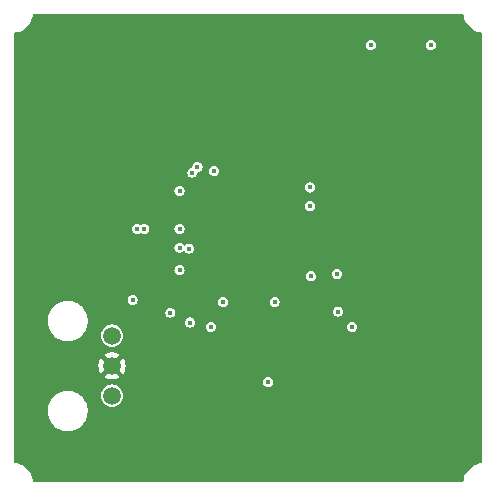
<source format=gbr>
%TF.GenerationSoftware,KiCad,Pcbnew,8.0.5*%
%TF.CreationDate,2024-12-30T22:32:32+01:00*%
%TF.ProjectId,DigitalAudioProcessor,44696769-7461-46c4-9175-64696f50726f,rev?*%
%TF.SameCoordinates,Original*%
%TF.FileFunction,Copper,L3,Inr*%
%TF.FilePolarity,Positive*%
%FSLAX46Y46*%
G04 Gerber Fmt 4.6, Leading zero omitted, Abs format (unit mm)*
G04 Created by KiCad (PCBNEW 8.0.5) date 2024-12-30 22:32:32*
%MOMM*%
%LPD*%
G01*
G04 APERTURE LIST*
%TA.AperFunction,ComponentPad*%
%ADD10C,1.500000*%
%TD*%
%TA.AperFunction,ViaPad*%
%ADD11C,0.450000*%
%TD*%
G04 APERTURE END LIST*
D10*
%TO.N,Net-(U1-VCC)*%
%TO.C,U1*%
X138450000Y-107460000D03*
%TO.N,GND*%
X138450000Y-110000000D03*
%TO.N,Net-(U1-OUT)*%
X138450000Y-112540000D03*
%TD*%
D11*
%TO.N,GND*%
X159800000Y-109700000D03*
X141980000Y-84540000D03*
X133800000Y-118400000D03*
X167500000Y-102900000D03*
X159500000Y-112300000D03*
X160500000Y-105900000D03*
X160300000Y-102300000D03*
X160700000Y-100800000D03*
X159700000Y-98600000D03*
X142100000Y-89200000D03*
X150200000Y-88500000D03*
X152100000Y-91900000D03*
X155100000Y-91800000D03*
X137100000Y-92400000D03*
X139000000Y-102900000D03*
X131200000Y-101600000D03*
X131300000Y-97400000D03*
X158190000Y-93460000D03*
X168800000Y-84900000D03*
X134100000Y-83400000D03*
X141500000Y-91700000D03*
X145900000Y-109100000D03*
X149000000Y-108900000D03*
X152500000Y-110600000D03*
X155400000Y-110600000D03*
X142200000Y-110300000D03*
X143300000Y-106800000D03*
X132600000Y-110000000D03*
X140800000Y-118600000D03*
X149500000Y-118100000D03*
X161700000Y-117800000D03*
X166400000Y-115700000D03*
X163900000Y-111600000D03*
X167400000Y-107300000D03*
X168300000Y-97700000D03*
X164600000Y-99600000D03*
X162100000Y-97000000D03*
X156500000Y-92500000D03*
X152500000Y-106100000D03*
X147600000Y-113900000D03*
X146700000Y-81200000D03*
X143580000Y-82870000D03*
X144870000Y-86790000D03*
X150600000Y-92500000D03*
X159900000Y-95600000D03*
%TO.N,+3.3V*%
X140200000Y-104412500D03*
%TO.N,/I2S_OUT_LRCK*%
X158800000Y-106700000D03*
X143400000Y-105500000D03*
%TO.N,Net-(U3-PA0)*%
X157580000Y-105410000D03*
X145060000Y-106340000D03*
%TO.N,Net-(U3-PA2)*%
X157510000Y-102220000D03*
X146830000Y-106700000D03*
%TO.N,Net-(J1-Pin_5)*%
X145000000Y-100080000D03*
%TO.N,GND*%
X162637500Y-92900000D03*
X157800000Y-116500000D03*
X145700000Y-116500000D03*
X144700000Y-115000000D03*
X156800000Y-115000000D03*
X164800000Y-108600000D03*
X163500000Y-107600000D03*
X167120000Y-91050000D03*
X168300000Y-90000000D03*
X162900000Y-84100000D03*
X162900000Y-81300000D03*
X137840000Y-81650000D03*
X154800000Y-83400000D03*
X155740000Y-84790000D03*
X138830000Y-83100000D03*
X136837500Y-88575000D03*
X135337500Y-87475000D03*
X133837500Y-88575000D03*
X136200000Y-102200000D03*
X136200000Y-100400000D03*
X136200000Y-101300000D03*
%TO.N,+3.3V*%
X145260000Y-93650000D03*
X145690000Y-93160000D03*
X160360000Y-82850000D03*
%TO.N,Net-(J1-Pin_5)*%
X165440000Y-82850000D03*
%TO.N,GND*%
X145890000Y-102750000D03*
%TO.N,+3.3V*%
X147875000Y-104600000D03*
%TO.N,GND*%
X147600000Y-103715835D03*
X152500000Y-101800000D03*
X151100000Y-101800000D03*
X152500000Y-100400000D03*
X151100000Y-100400000D03*
X152500000Y-97600000D03*
X152500000Y-96200000D03*
X151100000Y-96200000D03*
X151100000Y-97600000D03*
X148300000Y-96200000D03*
X146900000Y-96200000D03*
X146900000Y-97600000D03*
X148300000Y-97600000D03*
X146900000Y-100400000D03*
X146900000Y-101800000D03*
X148300000Y-101800000D03*
X148300000Y-100400000D03*
X151100000Y-99000000D03*
X152500000Y-99000000D03*
X148300000Y-99000000D03*
X146900000Y-99000000D03*
X149700000Y-100400000D03*
X149700000Y-101800000D03*
X149700000Y-97600000D03*
X149700000Y-96200000D03*
X149700000Y-99000000D03*
X156775000Y-94900000D03*
X156775000Y-96500000D03*
X155300000Y-103975000D03*
X153775000Y-104600000D03*
X147100000Y-91925000D03*
X145600000Y-95200000D03*
X140000000Y-96800000D03*
X142625000Y-101900000D03*
X142625000Y-100000000D03*
X142630000Y-97700000D03*
X142625000Y-96800000D03*
X142625000Y-95200000D03*
X143925000Y-93400000D03*
%TO.N,+3.3V*%
X144175000Y-100000000D03*
%TO.N,VCC*%
X141200000Y-98400000D03*
X140600000Y-98400000D03*
X147107322Y-93492678D03*
X152225000Y-104600000D03*
X155225000Y-96500000D03*
%TO.N,+3.3V*%
X155300000Y-102425000D03*
X155225000Y-94900000D03*
X144175000Y-101900000D03*
X144175000Y-98400000D03*
X144175000Y-95200000D03*
%TO.N,Net-(U1-OUT)*%
X151690000Y-111390000D03*
%TD*%
%TA.AperFunction,Conductor*%
%TO.N,GND*%
G36*
X168197789Y-80222174D02*
G01*
X168218830Y-80264841D01*
X168230305Y-80352006D01*
X168291393Y-80579991D01*
X168381714Y-80798045D01*
X168381715Y-80798048D01*
X168499724Y-81002446D01*
X168499728Y-81002452D01*
X168643408Y-81189699D01*
X168810300Y-81356591D01*
X168997547Y-81500271D01*
X168997553Y-81500275D01*
X169201951Y-81618284D01*
X169420007Y-81708606D01*
X169647986Y-81769693D01*
X169647992Y-81769693D01*
X169647993Y-81769694D01*
X169666134Y-81772082D01*
X169735158Y-81781169D01*
X169784208Y-81809487D01*
X169799500Y-81854536D01*
X169799500Y-118145462D01*
X169777826Y-118197788D01*
X169735160Y-118218829D01*
X169647992Y-118230306D01*
X169647990Y-118230306D01*
X169647986Y-118230307D01*
X169544580Y-118258014D01*
X169420008Y-118291393D01*
X169201954Y-118381714D01*
X169201951Y-118381715D01*
X168997553Y-118499724D01*
X168997547Y-118499728D01*
X168810300Y-118643408D01*
X168643408Y-118810300D01*
X168499728Y-118997547D01*
X168499724Y-118997553D01*
X168381715Y-119201951D01*
X168381714Y-119201954D01*
X168291393Y-119420008D01*
X168230305Y-119647993D01*
X168218830Y-119735159D01*
X168190511Y-119784208D01*
X168145463Y-119799500D01*
X131854537Y-119799500D01*
X131802211Y-119777826D01*
X131781170Y-119735159D01*
X131769694Y-119647993D01*
X131769693Y-119647992D01*
X131769693Y-119647986D01*
X131708606Y-119420007D01*
X131618284Y-119201951D01*
X131604107Y-119177395D01*
X131500275Y-118997553D01*
X131500271Y-118997547D01*
X131356591Y-118810300D01*
X131189699Y-118643408D01*
X131002452Y-118499728D01*
X131002446Y-118499724D01*
X130798048Y-118381715D01*
X130798045Y-118381714D01*
X130579991Y-118291393D01*
X130501015Y-118270232D01*
X130352014Y-118230307D01*
X130352007Y-118230306D01*
X130264840Y-118218829D01*
X130215791Y-118190510D01*
X130200500Y-118145462D01*
X130200500Y-113698544D01*
X132999500Y-113698544D01*
X132999500Y-113921455D01*
X133028595Y-114142461D01*
X133086290Y-114357782D01*
X133171591Y-114563717D01*
X133171594Y-114563725D01*
X133283049Y-114756770D01*
X133283053Y-114756776D01*
X133418747Y-114933618D01*
X133576381Y-115091252D01*
X133753223Y-115226946D01*
X133753226Y-115226948D01*
X133946274Y-115338405D01*
X134152219Y-115423710D01*
X134367537Y-115481404D01*
X134588543Y-115510500D01*
X134588545Y-115510500D01*
X134811455Y-115510500D01*
X134811457Y-115510500D01*
X135032463Y-115481404D01*
X135247781Y-115423710D01*
X135453726Y-115338405D01*
X135646774Y-115226948D01*
X135742309Y-115153641D01*
X135823618Y-115091252D01*
X135823619Y-115091250D01*
X135823624Y-115091247D01*
X135981247Y-114933624D01*
X136116948Y-114756774D01*
X136228405Y-114563726D01*
X136313710Y-114357781D01*
X136371404Y-114142463D01*
X136400500Y-113921457D01*
X136400500Y-113698543D01*
X136371404Y-113477537D01*
X136313710Y-113262219D01*
X136228405Y-113056274D01*
X136116948Y-112863226D01*
X136116946Y-112863223D01*
X135981252Y-112686381D01*
X135834871Y-112540000D01*
X137494901Y-112540000D01*
X137513253Y-112726332D01*
X137567605Y-112905505D01*
X137655859Y-113070617D01*
X137655862Y-113070622D01*
X137655864Y-113070625D01*
X137774643Y-113215357D01*
X137919375Y-113334136D01*
X137919380Y-113334138D01*
X137919382Y-113334140D01*
X138084494Y-113422394D01*
X138084496Y-113422394D01*
X138084499Y-113422396D01*
X138263669Y-113476747D01*
X138450000Y-113495099D01*
X138636331Y-113476747D01*
X138815501Y-113422396D01*
X138980625Y-113334136D01*
X139125357Y-113215357D01*
X139244136Y-113070625D01*
X139332396Y-112905501D01*
X139386747Y-112726331D01*
X139405099Y-112540000D01*
X139386747Y-112353669D01*
X139332396Y-112174499D01*
X139332394Y-112174496D01*
X139332394Y-112174494D01*
X139244140Y-112009382D01*
X139244138Y-112009380D01*
X139244136Y-112009375D01*
X139125357Y-111864643D01*
X138980625Y-111745864D01*
X138980622Y-111745862D01*
X138980617Y-111745859D01*
X138815505Y-111657605D01*
X138636332Y-111603253D01*
X138450000Y-111584901D01*
X138263667Y-111603253D01*
X138084494Y-111657605D01*
X137919382Y-111745859D01*
X137919373Y-111745865D01*
X137774643Y-111864643D01*
X137655865Y-112009373D01*
X137655859Y-112009382D01*
X137567605Y-112174494D01*
X137513253Y-112353667D01*
X137494901Y-112540000D01*
X135834871Y-112540000D01*
X135823618Y-112528747D01*
X135646776Y-112393053D01*
X135646770Y-112393049D01*
X135453725Y-112281594D01*
X135453717Y-112281591D01*
X135247782Y-112196290D01*
X135032461Y-112138595D01*
X134869647Y-112117160D01*
X134811457Y-112109500D01*
X134588543Y-112109500D01*
X134537122Y-112116269D01*
X134367538Y-112138595D01*
X134152217Y-112196290D01*
X133946282Y-112281591D01*
X133946274Y-112281594D01*
X133753229Y-112393049D01*
X133753223Y-112393053D01*
X133576381Y-112528747D01*
X133418747Y-112686381D01*
X133283053Y-112863223D01*
X133283049Y-112863229D01*
X133171594Y-113056274D01*
X133171591Y-113056282D01*
X133086290Y-113262217D01*
X133028595Y-113477538D01*
X132999500Y-113698544D01*
X130200500Y-113698544D01*
X130200500Y-111390000D01*
X151259196Y-111390000D01*
X151280280Y-111523126D01*
X151341471Y-111643219D01*
X151341472Y-111643220D01*
X151436780Y-111738528D01*
X151556873Y-111799718D01*
X151556873Y-111799719D01*
X151575075Y-111802601D01*
X151690000Y-111820804D01*
X151823126Y-111799719D01*
X151943220Y-111738528D01*
X152038528Y-111643220D01*
X152099719Y-111523126D01*
X152120804Y-111390000D01*
X152099719Y-111256874D01*
X152099719Y-111256873D01*
X152038528Y-111136780D01*
X151943219Y-111041471D01*
X151823126Y-110980281D01*
X151823126Y-110980280D01*
X151690000Y-110959196D01*
X151556873Y-110980280D01*
X151556873Y-110980281D01*
X151436780Y-111041471D01*
X151341471Y-111136780D01*
X151280281Y-111256873D01*
X151280280Y-111256873D01*
X151259196Y-111390000D01*
X130200500Y-111390000D01*
X130200500Y-109999996D01*
X137295073Y-109999996D01*
X137295073Y-110000003D01*
X137314736Y-110212211D01*
X137373061Y-110417202D01*
X137373064Y-110417212D01*
X137468059Y-110607988D01*
X137468063Y-110607994D01*
X137507258Y-110659897D01*
X138063629Y-110103525D01*
X138077259Y-110154394D01*
X138129920Y-110245606D01*
X138204394Y-110320080D01*
X138295606Y-110372741D01*
X138346472Y-110386370D01*
X137789320Y-110943521D01*
X137935200Y-111033844D01*
X137935210Y-111033849D01*
X138133935Y-111110836D01*
X138343433Y-111149999D01*
X138343437Y-111150000D01*
X138556563Y-111150000D01*
X138556566Y-111149999D01*
X138766064Y-111110836D01*
X138964789Y-111033849D01*
X138964799Y-111033844D01*
X139110678Y-110943521D01*
X138553527Y-110386370D01*
X138604394Y-110372741D01*
X138695606Y-110320080D01*
X138770080Y-110245606D01*
X138822741Y-110154394D01*
X138836370Y-110103527D01*
X139392740Y-110659897D01*
X139431934Y-110607998D01*
X139431938Y-110607991D01*
X139526935Y-110417212D01*
X139526938Y-110417202D01*
X139585263Y-110212211D01*
X139604927Y-110000003D01*
X139604927Y-109999996D01*
X139585263Y-109787788D01*
X139526938Y-109582797D01*
X139526935Y-109582787D01*
X139431940Y-109392011D01*
X139431936Y-109392005D01*
X139392740Y-109340101D01*
X138836370Y-109896471D01*
X138822741Y-109845606D01*
X138770080Y-109754394D01*
X138695606Y-109679920D01*
X138604394Y-109627259D01*
X138553525Y-109613629D01*
X139110678Y-109056477D01*
X138964799Y-108966155D01*
X138964789Y-108966150D01*
X138766064Y-108889163D01*
X138556566Y-108850000D01*
X138343433Y-108850000D01*
X138133935Y-108889163D01*
X137935210Y-108966150D01*
X137935194Y-108966157D01*
X137789320Y-109056477D01*
X138346472Y-109613629D01*
X138295606Y-109627259D01*
X138204394Y-109679920D01*
X138129920Y-109754394D01*
X138077259Y-109845606D01*
X138063629Y-109896472D01*
X137507258Y-109340101D01*
X137468063Y-109392004D01*
X137468059Y-109392011D01*
X137373064Y-109582787D01*
X137373061Y-109582797D01*
X137314736Y-109787788D01*
X137295073Y-109999996D01*
X130200500Y-109999996D01*
X130200500Y-106078543D01*
X132999500Y-106078543D01*
X132999500Y-106301457D01*
X133006085Y-106351472D01*
X133028595Y-106522461D01*
X133086290Y-106737782D01*
X133171591Y-106943717D01*
X133171594Y-106943725D01*
X133283049Y-107136770D01*
X133283053Y-107136776D01*
X133418747Y-107313618D01*
X133576381Y-107471252D01*
X133753223Y-107606946D01*
X133753229Y-107606950D01*
X133946274Y-107718405D01*
X134152219Y-107803710D01*
X134367537Y-107861404D01*
X134588543Y-107890500D01*
X134588545Y-107890500D01*
X134811455Y-107890500D01*
X134811457Y-107890500D01*
X135032463Y-107861404D01*
X135247781Y-107803710D01*
X135453726Y-107718405D01*
X135646774Y-107606948D01*
X135742309Y-107533641D01*
X135823618Y-107471252D01*
X135823619Y-107471250D01*
X135823624Y-107471247D01*
X135834871Y-107460000D01*
X137494901Y-107460000D01*
X137513253Y-107646332D01*
X137567605Y-107825505D01*
X137655859Y-107990617D01*
X137655862Y-107990622D01*
X137655864Y-107990625D01*
X137774643Y-108135357D01*
X137919375Y-108254136D01*
X137919380Y-108254138D01*
X137919382Y-108254140D01*
X138084494Y-108342394D01*
X138084496Y-108342394D01*
X138084499Y-108342396D01*
X138263669Y-108396747D01*
X138450000Y-108415099D01*
X138636331Y-108396747D01*
X138815501Y-108342396D01*
X138980625Y-108254136D01*
X139125357Y-108135357D01*
X139244136Y-107990625D01*
X139332396Y-107825501D01*
X139386747Y-107646331D01*
X139405099Y-107460000D01*
X139386747Y-107273669D01*
X139332396Y-107094499D01*
X139332394Y-107094496D01*
X139332394Y-107094494D01*
X139244140Y-106929382D01*
X139244138Y-106929380D01*
X139244136Y-106929375D01*
X139125357Y-106784643D01*
X138980625Y-106665864D01*
X138980622Y-106665862D01*
X138980617Y-106665859D01*
X138815505Y-106577605D01*
X138636332Y-106523253D01*
X138450000Y-106504901D01*
X138263667Y-106523253D01*
X138084494Y-106577605D01*
X137919382Y-106665859D01*
X137919373Y-106665865D01*
X137774643Y-106784643D01*
X137655865Y-106929373D01*
X137655859Y-106929382D01*
X137567605Y-107094494D01*
X137513253Y-107273667D01*
X137494901Y-107460000D01*
X135834871Y-107460000D01*
X135981247Y-107313624D01*
X136011906Y-107273669D01*
X136116946Y-107136776D01*
X136116948Y-107136774D01*
X136228405Y-106943726D01*
X136313710Y-106737781D01*
X136371404Y-106522463D01*
X136395426Y-106340000D01*
X144629196Y-106340000D01*
X144650280Y-106473126D01*
X144711471Y-106593219D01*
X144711472Y-106593220D01*
X144806780Y-106688528D01*
X144926873Y-106749718D01*
X144926873Y-106749719D01*
X144945075Y-106752601D01*
X145060000Y-106770804D01*
X145193126Y-106749719D01*
X145290705Y-106700000D01*
X146399196Y-106700000D01*
X146420280Y-106833126D01*
X146481471Y-106953219D01*
X146481472Y-106953220D01*
X146576780Y-107048528D01*
X146696873Y-107109718D01*
X146696873Y-107109719D01*
X146715075Y-107112601D01*
X146830000Y-107130804D01*
X146963126Y-107109719D01*
X147083220Y-107048528D01*
X147178528Y-106953220D01*
X147239719Y-106833126D01*
X147260804Y-106700000D01*
X158369196Y-106700000D01*
X158390280Y-106833126D01*
X158451471Y-106953219D01*
X158451472Y-106953220D01*
X158546780Y-107048528D01*
X158666873Y-107109718D01*
X158666873Y-107109719D01*
X158685075Y-107112601D01*
X158800000Y-107130804D01*
X158933126Y-107109719D01*
X159053220Y-107048528D01*
X159148528Y-106953220D01*
X159209719Y-106833126D01*
X159230804Y-106700000D01*
X159211419Y-106577605D01*
X159209719Y-106566873D01*
X159148528Y-106446780D01*
X159053219Y-106351471D01*
X158933126Y-106290281D01*
X158933126Y-106290280D01*
X158800000Y-106269196D01*
X158666873Y-106290280D01*
X158666873Y-106290281D01*
X158546780Y-106351471D01*
X158451471Y-106446780D01*
X158390281Y-106566873D01*
X158390280Y-106566873D01*
X158369196Y-106700000D01*
X147260804Y-106700000D01*
X147241419Y-106577605D01*
X147239719Y-106566873D01*
X147178528Y-106446780D01*
X147083219Y-106351471D01*
X146963126Y-106290281D01*
X146963126Y-106290280D01*
X146830000Y-106269196D01*
X146696873Y-106290280D01*
X146696873Y-106290281D01*
X146576780Y-106351471D01*
X146481471Y-106446780D01*
X146420281Y-106566873D01*
X146420280Y-106566873D01*
X146399196Y-106700000D01*
X145290705Y-106700000D01*
X145313220Y-106688528D01*
X145408528Y-106593220D01*
X145469719Y-106473126D01*
X145490804Y-106340000D01*
X145469719Y-106206874D01*
X145469719Y-106206873D01*
X145408528Y-106086780D01*
X145313219Y-105991471D01*
X145193126Y-105930281D01*
X145193126Y-105930280D01*
X145060000Y-105909196D01*
X144926873Y-105930280D01*
X144926873Y-105930281D01*
X144806780Y-105991471D01*
X144711471Y-106086780D01*
X144650281Y-106206873D01*
X144650280Y-106206873D01*
X144629196Y-106340000D01*
X136395426Y-106340000D01*
X136400500Y-106301457D01*
X136400500Y-106078543D01*
X136371404Y-105857537D01*
X136313710Y-105642219D01*
X136254801Y-105500000D01*
X142969196Y-105500000D01*
X142990280Y-105633126D01*
X143051471Y-105753219D01*
X143051472Y-105753220D01*
X143146780Y-105848528D01*
X143266873Y-105909718D01*
X143266873Y-105909719D01*
X143285075Y-105912601D01*
X143400000Y-105930804D01*
X143533126Y-105909719D01*
X143653220Y-105848528D01*
X143748528Y-105753220D01*
X143809719Y-105633126D01*
X143830804Y-105500000D01*
X143816549Y-105410000D01*
X157149196Y-105410000D01*
X157170280Y-105543126D01*
X157216138Y-105633126D01*
X157231472Y-105663220D01*
X157326780Y-105758528D01*
X157446873Y-105819718D01*
X157446873Y-105819719D01*
X157465075Y-105822601D01*
X157580000Y-105840804D01*
X157713126Y-105819719D01*
X157833220Y-105758528D01*
X157928528Y-105663220D01*
X157989719Y-105543126D01*
X158010804Y-105410000D01*
X157989719Y-105276874D01*
X157989719Y-105276873D01*
X157928528Y-105156780D01*
X157833219Y-105061471D01*
X157713126Y-105000281D01*
X157713126Y-105000280D01*
X157580000Y-104979196D01*
X157446873Y-105000280D01*
X157446873Y-105000281D01*
X157326780Y-105061471D01*
X157231471Y-105156780D01*
X157170281Y-105276873D01*
X157170280Y-105276873D01*
X157149196Y-105410000D01*
X143816549Y-105410000D01*
X143809719Y-105366874D01*
X143809719Y-105366873D01*
X143748528Y-105246780D01*
X143653219Y-105151471D01*
X143533126Y-105090281D01*
X143533126Y-105090280D01*
X143400000Y-105069196D01*
X143266873Y-105090280D01*
X143266873Y-105090281D01*
X143146780Y-105151471D01*
X143051471Y-105246780D01*
X142990281Y-105366873D01*
X142990280Y-105366873D01*
X142969196Y-105500000D01*
X136254801Y-105500000D01*
X136228405Y-105436274D01*
X136116948Y-105243226D01*
X136116946Y-105243223D01*
X135981252Y-105066381D01*
X135823618Y-104908747D01*
X135646776Y-104773053D01*
X135646770Y-104773049D01*
X135453725Y-104661594D01*
X135453717Y-104661591D01*
X135247782Y-104576290D01*
X135032461Y-104518595D01*
X134869647Y-104497160D01*
X134811457Y-104489500D01*
X134588543Y-104489500D01*
X134537122Y-104496269D01*
X134367538Y-104518595D01*
X134152217Y-104576290D01*
X133946282Y-104661591D01*
X133946274Y-104661594D01*
X133753229Y-104773049D01*
X133753223Y-104773053D01*
X133576381Y-104908747D01*
X133418747Y-105066381D01*
X133283053Y-105243223D01*
X133283049Y-105243229D01*
X133171594Y-105436274D01*
X133171591Y-105436282D01*
X133086290Y-105642217D01*
X133028595Y-105857538D01*
X133019019Y-105930280D01*
X132999500Y-106078543D01*
X130200500Y-106078543D01*
X130200500Y-104412500D01*
X139769196Y-104412500D01*
X139790280Y-104545626D01*
X139849370Y-104661595D01*
X139851472Y-104665720D01*
X139946780Y-104761028D01*
X140066873Y-104822218D01*
X140066873Y-104822219D01*
X140085075Y-104825101D01*
X140200000Y-104843304D01*
X140333126Y-104822219D01*
X140453220Y-104761028D01*
X140548528Y-104665720D01*
X140582014Y-104600000D01*
X147444196Y-104600000D01*
X147465280Y-104733126D01*
X147526471Y-104853219D01*
X147526472Y-104853220D01*
X147621780Y-104948528D01*
X147741873Y-105009718D01*
X147741873Y-105009719D01*
X147760075Y-105012601D01*
X147875000Y-105030804D01*
X148008126Y-105009719D01*
X148128220Y-104948528D01*
X148223528Y-104853220D01*
X148284719Y-104733126D01*
X148305804Y-104600000D01*
X151794196Y-104600000D01*
X151815280Y-104733126D01*
X151876471Y-104853219D01*
X151876472Y-104853220D01*
X151971780Y-104948528D01*
X152091873Y-105009718D01*
X152091873Y-105009719D01*
X152110075Y-105012601D01*
X152225000Y-105030804D01*
X152358126Y-105009719D01*
X152478220Y-104948528D01*
X152573528Y-104853220D01*
X152634719Y-104733126D01*
X152655804Y-104600000D01*
X152634719Y-104466874D01*
X152634719Y-104466873D01*
X152573528Y-104346780D01*
X152478219Y-104251471D01*
X152358126Y-104190281D01*
X152358126Y-104190280D01*
X152225000Y-104169196D01*
X152091873Y-104190280D01*
X152091873Y-104190281D01*
X151971780Y-104251471D01*
X151876471Y-104346780D01*
X151815281Y-104466873D01*
X151815280Y-104466873D01*
X151794196Y-104600000D01*
X148305804Y-104600000D01*
X148284719Y-104466874D01*
X148284719Y-104466873D01*
X148223528Y-104346780D01*
X148128219Y-104251471D01*
X148008126Y-104190281D01*
X148008126Y-104190280D01*
X147875000Y-104169196D01*
X147741873Y-104190280D01*
X147741873Y-104190281D01*
X147621780Y-104251471D01*
X147526471Y-104346780D01*
X147465281Y-104466873D01*
X147465280Y-104466873D01*
X147444196Y-104600000D01*
X140582014Y-104600000D01*
X140609719Y-104545626D01*
X140630804Y-104412500D01*
X140609719Y-104279374D01*
X140609719Y-104279373D01*
X140548528Y-104159280D01*
X140453219Y-104063971D01*
X140333126Y-104002781D01*
X140333126Y-104002780D01*
X140200000Y-103981696D01*
X140066873Y-104002780D01*
X140066873Y-104002781D01*
X139946780Y-104063971D01*
X139851471Y-104159280D01*
X139790281Y-104279373D01*
X139790280Y-104279373D01*
X139769196Y-104412500D01*
X130200500Y-104412500D01*
X130200500Y-102425000D01*
X154869196Y-102425000D01*
X154890280Y-102558126D01*
X154951471Y-102678219D01*
X154951472Y-102678220D01*
X155046780Y-102773528D01*
X155166873Y-102834718D01*
X155166873Y-102834719D01*
X155185075Y-102837601D01*
X155300000Y-102855804D01*
X155433126Y-102834719D01*
X155553220Y-102773528D01*
X155648528Y-102678220D01*
X155709719Y-102558126D01*
X155730804Y-102425000D01*
X155709719Y-102291874D01*
X155709719Y-102291873D01*
X155673098Y-102220000D01*
X157079196Y-102220000D01*
X157100280Y-102353126D01*
X157161471Y-102473219D01*
X157161472Y-102473220D01*
X157256780Y-102568528D01*
X157376873Y-102629718D01*
X157376873Y-102629719D01*
X157395075Y-102632601D01*
X157510000Y-102650804D01*
X157643126Y-102629719D01*
X157763220Y-102568528D01*
X157858528Y-102473220D01*
X157919719Y-102353126D01*
X157940804Y-102220000D01*
X157919719Y-102086874D01*
X157919719Y-102086873D01*
X157858528Y-101966780D01*
X157763219Y-101871471D01*
X157643126Y-101810281D01*
X157643126Y-101810280D01*
X157510000Y-101789196D01*
X157376873Y-101810280D01*
X157376873Y-101810281D01*
X157256780Y-101871471D01*
X157161471Y-101966780D01*
X157100281Y-102086873D01*
X157100280Y-102086873D01*
X157079196Y-102220000D01*
X155673098Y-102220000D01*
X155648528Y-102171780D01*
X155553219Y-102076471D01*
X155433126Y-102015281D01*
X155433126Y-102015280D01*
X155300000Y-101994196D01*
X155166873Y-102015280D01*
X155166873Y-102015281D01*
X155046780Y-102076471D01*
X154951471Y-102171780D01*
X154890281Y-102291873D01*
X154890280Y-102291873D01*
X154869196Y-102425000D01*
X130200500Y-102425000D01*
X130200500Y-101900000D01*
X143744196Y-101900000D01*
X143765280Y-102033126D01*
X143826471Y-102153219D01*
X143826472Y-102153220D01*
X143921780Y-102248528D01*
X144041873Y-102309718D01*
X144041873Y-102309719D01*
X144060075Y-102312601D01*
X144175000Y-102330804D01*
X144308126Y-102309719D01*
X144428220Y-102248528D01*
X144523528Y-102153220D01*
X144584719Y-102033126D01*
X144605804Y-101900000D01*
X144584719Y-101766874D01*
X144584719Y-101766873D01*
X144523528Y-101646780D01*
X144428219Y-101551471D01*
X144308126Y-101490281D01*
X144308126Y-101490280D01*
X144175000Y-101469196D01*
X144041873Y-101490280D01*
X144041873Y-101490281D01*
X143921780Y-101551471D01*
X143826471Y-101646780D01*
X143765281Y-101766873D01*
X143765280Y-101766873D01*
X143744196Y-101900000D01*
X130200500Y-101900000D01*
X130200500Y-100000000D01*
X143744196Y-100000000D01*
X143765280Y-100133126D01*
X143826471Y-100253219D01*
X143826472Y-100253220D01*
X143921780Y-100348528D01*
X144041873Y-100409718D01*
X144041873Y-100409719D01*
X144060075Y-100412601D01*
X144175000Y-100430804D01*
X144308126Y-100409719D01*
X144428220Y-100348528D01*
X144509263Y-100267484D01*
X144561588Y-100245811D01*
X144613914Y-100267485D01*
X144627521Y-100286213D01*
X144651472Y-100333220D01*
X144746780Y-100428528D01*
X144866873Y-100489718D01*
X144866873Y-100489719D01*
X144885075Y-100492601D01*
X145000000Y-100510804D01*
X145133126Y-100489719D01*
X145253220Y-100428528D01*
X145348528Y-100333220D01*
X145409719Y-100213126D01*
X145430804Y-100080000D01*
X145409719Y-99946874D01*
X145409719Y-99946873D01*
X145348528Y-99826780D01*
X145253219Y-99731471D01*
X145133126Y-99670281D01*
X145133126Y-99670280D01*
X145000000Y-99649196D01*
X144866873Y-99670280D01*
X144866873Y-99670281D01*
X144746780Y-99731471D01*
X144665737Y-99812514D01*
X144613411Y-99834188D01*
X144561085Y-99812514D01*
X144547480Y-99793788D01*
X144523528Y-99746780D01*
X144428220Y-99651472D01*
X144428219Y-99651471D01*
X144308126Y-99590281D01*
X144308126Y-99590280D01*
X144175000Y-99569196D01*
X144041873Y-99590280D01*
X144041873Y-99590281D01*
X143921780Y-99651471D01*
X143826471Y-99746780D01*
X143765281Y-99866873D01*
X143765280Y-99866873D01*
X143744196Y-100000000D01*
X130200500Y-100000000D01*
X130200500Y-98400000D01*
X140169196Y-98400000D01*
X140190280Y-98533126D01*
X140251471Y-98653219D01*
X140251472Y-98653220D01*
X140346780Y-98748528D01*
X140466873Y-98809718D01*
X140466873Y-98809719D01*
X140485075Y-98812601D01*
X140600000Y-98830804D01*
X140733126Y-98809719D01*
X140853220Y-98748528D01*
X140853226Y-98748521D01*
X140856506Y-98746140D01*
X140911579Y-98732920D01*
X140943494Y-98746140D01*
X140946775Y-98748523D01*
X140946780Y-98748528D01*
X141066873Y-98809718D01*
X141066873Y-98809719D01*
X141085075Y-98812601D01*
X141200000Y-98830804D01*
X141333126Y-98809719D01*
X141453220Y-98748528D01*
X141548528Y-98653220D01*
X141609719Y-98533126D01*
X141630804Y-98400000D01*
X143744196Y-98400000D01*
X143765280Y-98533126D01*
X143826471Y-98653219D01*
X143826472Y-98653220D01*
X143921780Y-98748528D01*
X144041873Y-98809718D01*
X144041873Y-98809719D01*
X144060075Y-98812601D01*
X144175000Y-98830804D01*
X144308126Y-98809719D01*
X144428220Y-98748528D01*
X144523528Y-98653220D01*
X144584719Y-98533126D01*
X144605804Y-98400000D01*
X144584719Y-98266874D01*
X144584719Y-98266873D01*
X144523528Y-98146780D01*
X144428219Y-98051471D01*
X144308126Y-97990281D01*
X144308126Y-97990280D01*
X144175000Y-97969196D01*
X144041873Y-97990280D01*
X144041873Y-97990281D01*
X143921780Y-98051471D01*
X143826471Y-98146780D01*
X143765281Y-98266873D01*
X143765280Y-98266873D01*
X143744196Y-98400000D01*
X141630804Y-98400000D01*
X141609719Y-98266874D01*
X141609719Y-98266873D01*
X141548528Y-98146780D01*
X141453219Y-98051471D01*
X141333126Y-97990281D01*
X141333126Y-97990280D01*
X141200000Y-97969196D01*
X141066873Y-97990280D01*
X141066873Y-97990281D01*
X140946777Y-98051473D01*
X140943489Y-98053862D01*
X140888415Y-98067078D01*
X140856511Y-98053862D01*
X140853222Y-98051473D01*
X140733126Y-97990281D01*
X140733126Y-97990280D01*
X140600000Y-97969196D01*
X140466873Y-97990280D01*
X140466873Y-97990281D01*
X140346780Y-98051471D01*
X140251471Y-98146780D01*
X140190281Y-98266873D01*
X140190280Y-98266873D01*
X140169196Y-98400000D01*
X130200500Y-98400000D01*
X130200500Y-96500000D01*
X154794196Y-96500000D01*
X154815280Y-96633126D01*
X154876471Y-96753219D01*
X154876472Y-96753220D01*
X154971780Y-96848528D01*
X155091873Y-96909718D01*
X155091873Y-96909719D01*
X155110075Y-96912601D01*
X155225000Y-96930804D01*
X155358126Y-96909719D01*
X155478220Y-96848528D01*
X155573528Y-96753220D01*
X155634719Y-96633126D01*
X155655804Y-96500000D01*
X155634719Y-96366874D01*
X155634719Y-96366873D01*
X155573528Y-96246780D01*
X155478219Y-96151471D01*
X155358126Y-96090281D01*
X155358126Y-96090280D01*
X155225000Y-96069196D01*
X155091873Y-96090280D01*
X155091873Y-96090281D01*
X154971780Y-96151471D01*
X154876471Y-96246780D01*
X154815281Y-96366873D01*
X154815280Y-96366873D01*
X154794196Y-96500000D01*
X130200500Y-96500000D01*
X130200500Y-95200000D01*
X143744196Y-95200000D01*
X143765280Y-95333126D01*
X143826471Y-95453219D01*
X143826472Y-95453220D01*
X143921780Y-95548528D01*
X144041873Y-95609718D01*
X144041873Y-95609719D01*
X144060075Y-95612601D01*
X144175000Y-95630804D01*
X144308126Y-95609719D01*
X144428220Y-95548528D01*
X144523528Y-95453220D01*
X144584719Y-95333126D01*
X144605804Y-95200000D01*
X144584719Y-95066874D01*
X144584719Y-95066873D01*
X144523528Y-94946780D01*
X144476748Y-94900000D01*
X154794196Y-94900000D01*
X154815280Y-95033126D01*
X154832476Y-95066874D01*
X154876472Y-95153220D01*
X154971780Y-95248528D01*
X155091873Y-95309718D01*
X155091873Y-95309719D01*
X155110075Y-95312601D01*
X155225000Y-95330804D01*
X155358126Y-95309719D01*
X155478220Y-95248528D01*
X155573528Y-95153220D01*
X155634719Y-95033126D01*
X155655804Y-94900000D01*
X155634719Y-94766874D01*
X155634719Y-94766873D01*
X155573528Y-94646780D01*
X155478219Y-94551471D01*
X155358126Y-94490281D01*
X155358126Y-94490280D01*
X155225000Y-94469196D01*
X155091873Y-94490280D01*
X155091873Y-94490281D01*
X154971780Y-94551471D01*
X154876471Y-94646780D01*
X154815281Y-94766873D01*
X154815280Y-94766873D01*
X154794196Y-94900000D01*
X144476748Y-94900000D01*
X144428219Y-94851471D01*
X144308126Y-94790281D01*
X144308126Y-94790280D01*
X144175000Y-94769196D01*
X144041873Y-94790280D01*
X144041873Y-94790281D01*
X143921780Y-94851471D01*
X143826471Y-94946780D01*
X143765281Y-95066873D01*
X143765280Y-95066873D01*
X143744196Y-95200000D01*
X130200500Y-95200000D01*
X130200500Y-93650000D01*
X144829196Y-93650000D01*
X144850280Y-93783126D01*
X144911471Y-93903219D01*
X144911472Y-93903220D01*
X145006780Y-93998528D01*
X145126873Y-94059718D01*
X145126873Y-94059719D01*
X145145075Y-94062601D01*
X145260000Y-94080804D01*
X145393126Y-94059719D01*
X145513220Y-93998528D01*
X145608528Y-93903220D01*
X145669719Y-93783126D01*
X145690804Y-93650000D01*
X145690803Y-93649999D01*
X145691715Y-93644248D01*
X145694603Y-93644705D01*
X145712478Y-93601552D01*
X145753227Y-93580789D01*
X145823126Y-93569719D01*
X145943220Y-93508528D01*
X145959070Y-93492678D01*
X146676518Y-93492678D01*
X146697602Y-93625804D01*
X146709931Y-93650000D01*
X146758794Y-93745898D01*
X146854102Y-93841206D01*
X146974195Y-93902396D01*
X146974195Y-93902397D01*
X146979392Y-93903220D01*
X147107322Y-93923482D01*
X147240448Y-93902397D01*
X147360542Y-93841206D01*
X147455850Y-93745898D01*
X147517041Y-93625804D01*
X147538126Y-93492678D01*
X147517041Y-93359552D01*
X147517041Y-93359551D01*
X147455850Y-93239458D01*
X147360541Y-93144149D01*
X147240448Y-93082959D01*
X147240448Y-93082958D01*
X147107322Y-93061874D01*
X146974195Y-93082958D01*
X146974195Y-93082959D01*
X146854102Y-93144149D01*
X146758793Y-93239458D01*
X146697603Y-93359551D01*
X146697602Y-93359551D01*
X146676518Y-93492678D01*
X145959070Y-93492678D01*
X146038528Y-93413220D01*
X146099719Y-93293126D01*
X146120804Y-93160000D01*
X146099719Y-93026874D01*
X146099719Y-93026873D01*
X146038528Y-92906780D01*
X145943219Y-92811471D01*
X145823126Y-92750281D01*
X145823126Y-92750280D01*
X145690000Y-92729196D01*
X145556873Y-92750280D01*
X145556873Y-92750281D01*
X145436780Y-92811471D01*
X145341471Y-92906780D01*
X145280281Y-93026873D01*
X145280280Y-93026873D01*
X145258285Y-93165752D01*
X145255396Y-93165294D01*
X145237522Y-93208447D01*
X145196772Y-93229210D01*
X145126874Y-93240280D01*
X145126873Y-93240281D01*
X145006780Y-93301471D01*
X144911471Y-93396780D01*
X144850281Y-93516873D01*
X144850280Y-93516873D01*
X144829196Y-93650000D01*
X130200500Y-93650000D01*
X130200500Y-82850000D01*
X159929196Y-82850000D01*
X159950280Y-82983126D01*
X160011471Y-83103219D01*
X160011472Y-83103220D01*
X160106780Y-83198528D01*
X160226873Y-83259718D01*
X160226873Y-83259719D01*
X160245075Y-83262601D01*
X160360000Y-83280804D01*
X160493126Y-83259719D01*
X160613220Y-83198528D01*
X160708528Y-83103220D01*
X160769719Y-82983126D01*
X160790804Y-82850000D01*
X165009196Y-82850000D01*
X165030280Y-82983126D01*
X165091471Y-83103219D01*
X165091472Y-83103220D01*
X165186780Y-83198528D01*
X165306873Y-83259718D01*
X165306873Y-83259719D01*
X165325075Y-83262601D01*
X165440000Y-83280804D01*
X165573126Y-83259719D01*
X165693220Y-83198528D01*
X165788528Y-83103220D01*
X165849719Y-82983126D01*
X165870804Y-82850000D01*
X165849719Y-82716874D01*
X165849719Y-82716873D01*
X165788528Y-82596780D01*
X165693219Y-82501471D01*
X165573126Y-82440281D01*
X165573126Y-82440280D01*
X165440000Y-82419196D01*
X165306873Y-82440280D01*
X165306873Y-82440281D01*
X165186780Y-82501471D01*
X165091471Y-82596780D01*
X165030281Y-82716873D01*
X165030280Y-82716873D01*
X165009196Y-82850000D01*
X160790804Y-82850000D01*
X160769719Y-82716874D01*
X160769719Y-82716873D01*
X160708528Y-82596780D01*
X160613219Y-82501471D01*
X160493126Y-82440281D01*
X160493126Y-82440280D01*
X160360000Y-82419196D01*
X160226873Y-82440280D01*
X160226873Y-82440281D01*
X160106780Y-82501471D01*
X160011471Y-82596780D01*
X159950281Y-82716873D01*
X159950280Y-82716873D01*
X159929196Y-82850000D01*
X130200500Y-82850000D01*
X130200500Y-81854536D01*
X130222174Y-81802210D01*
X130264841Y-81781169D01*
X130352014Y-81769693D01*
X130579993Y-81708606D01*
X130798049Y-81618284D01*
X131002450Y-81500273D01*
X131189699Y-81356592D01*
X131356592Y-81189699D01*
X131500273Y-81002450D01*
X131618284Y-80798049D01*
X131708606Y-80579993D01*
X131769693Y-80352014D01*
X131770673Y-80344562D01*
X131781170Y-80264841D01*
X131809489Y-80215792D01*
X131854537Y-80200500D01*
X168145463Y-80200500D01*
X168197789Y-80222174D01*
G37*
%TD.AperFunction*%
%TD*%
M02*

</source>
